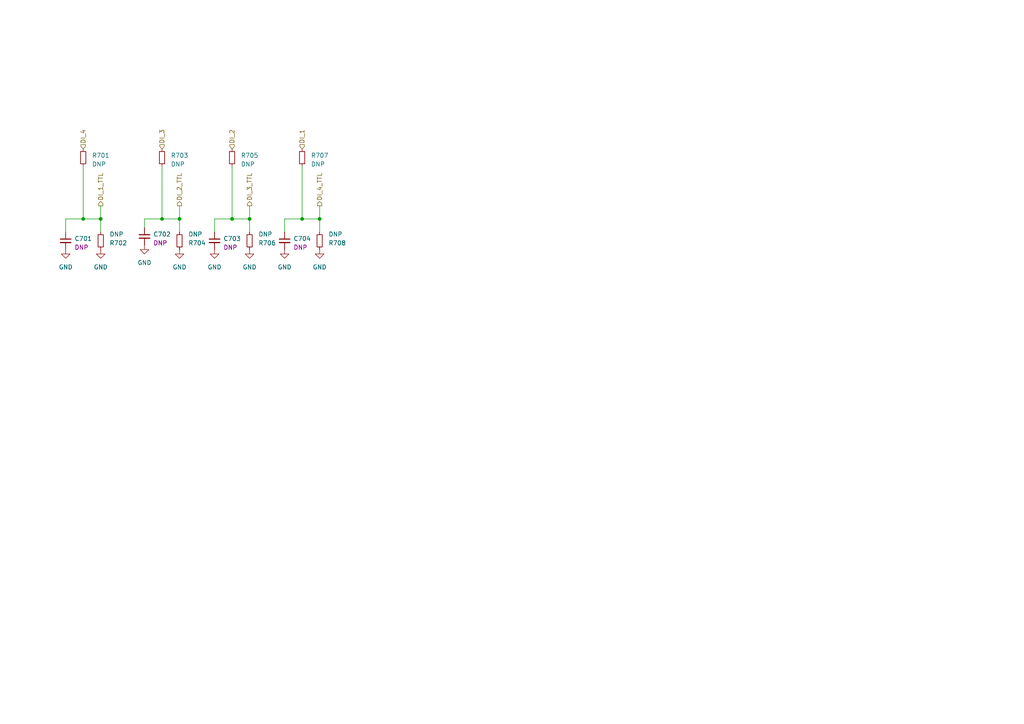
<source format=kicad_sch>
(kicad_sch (version 20230121) (generator eeschema)
  (paper "A4")
  (lib_symbols
    (symbol "LCSC_Capacitor:C_0603_DNP" (pin_numbers hide) (pin_names (offset 0.254) hide) (in_bom no)
      (property "Reference" "C" (at 0.254 1.778 0))
      (property "Capacitance" "DNP" (at 0 0 0))
      (symbol "C_0603_DNP_0_1"
        (polyline (pts (xy -1.524 -0.508) (xy 1.524 -0.508)) (stroke (width 0.3302)))
        (polyline (pts (xy -1.524 0.508) (xy 1.524 0.508)) (stroke (width 0.3048)))
      )
      (symbol "C_0603_DNP_1_1"
        (pin passive line (at 0 2.54 270) (length 2.032) (name "~") (number "1"))
        (pin passive line (at 0 -2.54 90) (length 2.032) (name "~") (number "2"))
      )
    )
    (symbol "LCSC_Resistor:R_0603_DNP" (pin_numbers hide) (pin_names (offset 0.254) hide) (in_bom no)
      (property "Reference" "R" (at 0.762 0.508 0))
      (property "Value" "R_0603_DNP" (at 0.762 -1.016 0))
      (symbol "R_0603_DNP_0_1"
        (rectangle (start -0.762 1.778) (end 0.762 -1.778) (stroke (width 0.2032)))
      )
      (symbol "R_0603_DNP_1_1"
        (pin passive line (at 0 2.54 270) (length 0.762) (name "~") (number "1"))
        (pin passive line (at 0 -2.54 90) (length 0.762) (name "~") (number "2"))
      )
    )
    (symbol "power:GND" (power) (pin_names (offset 0))
      (property "Value" "GND" (at 0 -3.81 0))
      (symbol "GND_0_1"
        (polyline (pts (xy 0 0) (xy 0 -1.27) (xy 1.27 -1.27) (xy 0 -2.54) (xy -1.27 -1.27) (xy 0 -1.27)))
      )
      (symbol "GND_1_1"
        (pin power_in line (at 0 0 270) (length 0) hide (name "GND") (number "1"))
      )
    )
  )
  (junction (at 92.71 63.5))
  (junction (at 87.63 63.5))
  (junction (at 24.13 63.5))
  (junction (at 46.99 63.5))
  (junction (at 29.21 63.5))
  (junction (at 67.31 63.5))
  (junction (at 52.07 63.5))
  (junction (at 72.39 63.5))
  (wire (pts (xy 24.13 63.5) (xy 19.05 63.5)))
  (wire (pts (xy 52.07 63.5) (xy 52.07 67.31)))
  (wire (pts (xy 72.39 63.5) (xy 72.39 67.31)))
  (wire (pts (xy 92.71 59.69) (xy 92.71 63.5)))
  (wire (pts (xy 87.63 48.26) (xy 87.63 63.5)))
  (wire (pts (xy 67.31 48.26) (xy 67.31 63.5)))
  (wire (pts (xy 82.55 63.5) (xy 87.63 63.5)))
  (wire (pts (xy 67.31 63.5) (xy 72.39 63.5)))
  (wire (pts (xy 41.91 63.5) (xy 46.99 63.5)))
  (wire (pts (xy 29.21 59.69) (xy 29.21 63.5)))
  (wire (pts (xy 87.63 63.5) (xy 92.71 63.5)))
  (wire (pts (xy 19.05 63.5) (xy 19.05 67.31)))
  (wire (pts (xy 29.21 63.5) (xy 29.21 67.31)))
  (wire (pts (xy 62.23 63.5) (xy 62.23 67.31)))
  (wire (pts (xy 46.99 63.5) (xy 52.07 63.5)))
  (wire (pts (xy 82.55 63.5) (xy 82.55 67.31)))
  (wire (pts (xy 24.13 48.26) (xy 24.13 63.5)))
  (wire (pts (xy 24.13 63.5) (xy 29.21 63.5)))
  (wire (pts (xy 72.39 59.69) (xy 72.39 63.5)))
  (wire (pts (xy 41.91 66.04) (xy 41.91 63.5)))
  (wire (pts (xy 62.23 63.5) (xy 67.31 63.5)))
  (wire (pts (xy 92.71 63.5) (xy 92.71 67.31)))
  (wire (pts (xy 52.07 59.69) (xy 52.07 63.5)))
  (wire (pts (xy 46.99 48.26) (xy 46.99 63.5)))
  (hierarchical_label "DI_2_TTL" (shape output) (at 52.07 59.69 90))
  (hierarchical_label "DI_1" (shape input) (at 87.63 43.18 90))
  (hierarchical_label "DI_4_TTL" (shape output) (at 92.71 59.69 90))
  (hierarchical_label "DI_1_TTL" (shape output) (at 29.21 59.69 90))
  (hierarchical_label "DI_3" (shape input) (at 46.99 43.18 90))
  (hierarchical_label "DI_3_TTL" (shape output) (at 72.39 59.69 90))
  (hierarchical_label "DI_4" (shape input) (at 24.13 43.18 90))
  (hierarchical_label "DI_2" (shape input) (at 67.31 43.18 90))
  (symbol (lib_id "LCSC_Capacitor:C_0603_DNP") (at 41.91 68.58 0) (unit 1) (in_bom no)
    (property "Reference" "C702" (at 44.45 67.9513 0) (effects (justify left)))
    (property "Value" "C_0603_DNP" (effects hide))
    (property "Footprint" "Capacitor_SMD:C_0603_1608Metric" (effects hide))
    (property "Capacitance" "DNP" (at 44.45 70.4913 0) (effects (justify left)))
  )
  (symbol (lib_id "LCSC_Capacitor:C_0603_DNP") (at 62.23 69.85 0) (unit 1) (in_bom no)
    (property "Reference" "C703" (at 64.77 69.2213 0) (effects (justify left)))
    (property "Value" "C_0603_DNP" (effects hide))
    (property "Footprint" "Capacitor_SMD:C_0603_1608Metric" (effects hide))
    (property "Capacitance" "DNP" (at 64.77 71.7613 0) (effects (justify left)))
  )
  (symbol (lib_id "power:GND") (at 82.55 72.39 0) (unit 1)
    (property "Reference" "#PWR0708" (effects hide))
    (property "Value" "GND" (at 82.55 77.47 0))
  )
  (symbol (lib_id "LCSC_Resistor:R_0603_DNP") (at 46.99 45.72 0) (unit 1) (in_bom no)
    (property "Reference" "R703" (at 49.53 45.085 0) (effects (justify left)))
    (property "Value" "DNP" (at 49.53 47.625 0) (effects (justify left)))
    (property "Footprint" "Resistor_SMD:R_0603_1608Metric" (effects hide))
  )
  (symbol (lib_id "LCSC_Resistor:R_0603_DNP") (at 67.31 45.72 0) (unit 1) (in_bom no)
    (property "Reference" "R705" (at 69.85 45.085 0) (effects (justify left)))
    (property "Value" "DNP" (at 69.85 47.625 0) (effects (justify left)))
    (property "Footprint" "Resistor_SMD:R_0603_1608Metric" (effects hide))
  )
  (symbol (lib_id "power:GND") (at 62.23 72.39 0) (unit 1)
    (property "Reference" "#PWR0707" (effects hide))
    (property "Value" "GND" (at 62.23 77.47 0))
  )
  (symbol (lib_id "LCSC_Capacitor:C_0603_DNP") (at 19.05 69.85 0) (unit 1) (in_bom no)
    (property "Reference" "C701" (at 21.59 69.2213 0) (effects (justify left)))
    (property "Value" "C_0603_DNP" (effects hide))
    (property "Footprint" "Capacitor_SMD:C_0603_1608Metric" (effects hide))
    (property "Capacitance" "DNP" (at 21.59 71.7613 0) (effects (justify left)))
  )
  (symbol (lib_id "power:GND") (at 19.05 72.39 0) (unit 1)
    (property "Reference" "#PWR0705" (effects hide))
    (property "Value" "GND" (at 19.05 77.47 0))
  )
  (symbol (lib_id "LCSC_Resistor:R_0603_DNP") (at 29.21 69.85 0) (mirror x) (unit 1) (in_bom no)
    (property "Reference" "R702" (at 31.75 70.485 0) (effects (justify left)))
    (property "Value" "DNP" (at 31.75 67.945 0) (effects (justify left)))
    (property "Footprint" "Resistor_SMD:R_0603_1608Metric" (effects hide))
  )
  (symbol (lib_id "power:GND") (at 92.71 72.39 0) (unit 1)
    (property "Reference" "#PWR0704" (effects hide))
    (property "Value" "GND" (at 92.71 77.47 0))
  )
  (symbol (lib_id "power:GND") (at 72.39 72.39 0) (unit 1)
    (property "Reference" "#PWR0703" (effects hide))
    (property "Value" "GND" (at 72.39 77.47 0))
  )
  (symbol (lib_id "LCSC_Resistor:R_0603_DNP") (at 92.71 69.85 0) (mirror x) (unit 1) (in_bom no)
    (property "Reference" "R708" (at 95.25 70.485 0) (effects (justify left)))
    (property "Value" "DNP" (at 95.25 67.945 0) (effects (justify left)))
    (property "Footprint" "Resistor_SMD:R_0603_1608Metric" (effects hide))
  )
  (symbol (lib_id "LCSC_Resistor:R_0603_DNP") (at 72.39 69.85 0) (mirror x) (unit 1) (in_bom no)
    (property "Reference" "R706" (at 74.93 70.485 0) (effects (justify left)))
    (property "Value" "DNP" (at 74.93 67.945 0) (effects (justify left)))
    (property "Footprint" "Resistor_SMD:R_0603_1608Metric" (effects hide))
  )
  (symbol (lib_id "power:GND") (at 52.07 72.39 0) (unit 1)
    (property "Reference" "#PWR0702" (effects hide))
    (property "Value" "GND" (at 52.07 77.47 0))
  )
  (symbol (lib_id "LCSC_Resistor:R_0603_DNP") (at 52.07 69.85 0) (mirror x) (unit 1) (in_bom no)
    (property "Reference" "R704" (at 54.61 70.485 0) (effects (justify left)))
    (property "Value" "DNP" (at 54.61 67.945 0) (effects (justify left)))
    (property "Footprint" "Resistor_SMD:R_0603_1608Metric" (effects hide))
  )
  (symbol (lib_id "power:GND") (at 29.21 72.39 0) (unit 1)
    (property "Reference" "#PWR0701" (effects hide))
    (property "Value" "GND" (at 29.21 77.47 0))
  )
  (symbol (lib_id "power:GND") (at 41.91 71.12 0) (unit 1)
    (property "Reference" "#PWR0706" (effects hide))
    (property "Value" "GND" (at 41.91 76.2 0))
  )
  (symbol (lib_id "LCSC_Capacitor:C_0603_DNP") (at 82.55 69.85 0) (unit 1) (in_bom no)
    (property "Reference" "C704" (at 85.09 69.2213 0) (effects (justify left)))
    (property "Value" "C_0603_DNP" (effects hide))
    (property "Footprint" "Capacitor_SMD:C_0603_1608Metric" (effects hide))
    (property "Capacitance" "DNP" (at 85.09 71.7613 0) (effects (justify left)))
  )
  (symbol (lib_id "LCSC_Resistor:R_0603_DNP") (at 24.13 45.72 0) (unit 1) (in_bom no)
    (property "Reference" "R701" (at 26.67 45.085 0) (effects (justify left)))
    (property "Value" "DNP" (at 26.67 47.625 0) (effects (justify left)))
    (property "Footprint" "Resistor_SMD:R_0603_1608Metric" (effects hide))
  )
  (symbol (lib_id "LCSC_Resistor:R_0603_DNP") (at 87.63 45.72 0) (unit 1) (in_bom no)
    (property "Reference" "R707" (at 90.17 45.085 0) (effects (justify left)))
    (property "Value" "DNP" (at 90.17 47.625 0) (effects (justify left)))
    (property "Footprint" "Resistor_SMD:R_0603_1608Metric" (effects hide))
  )
)
</source>
